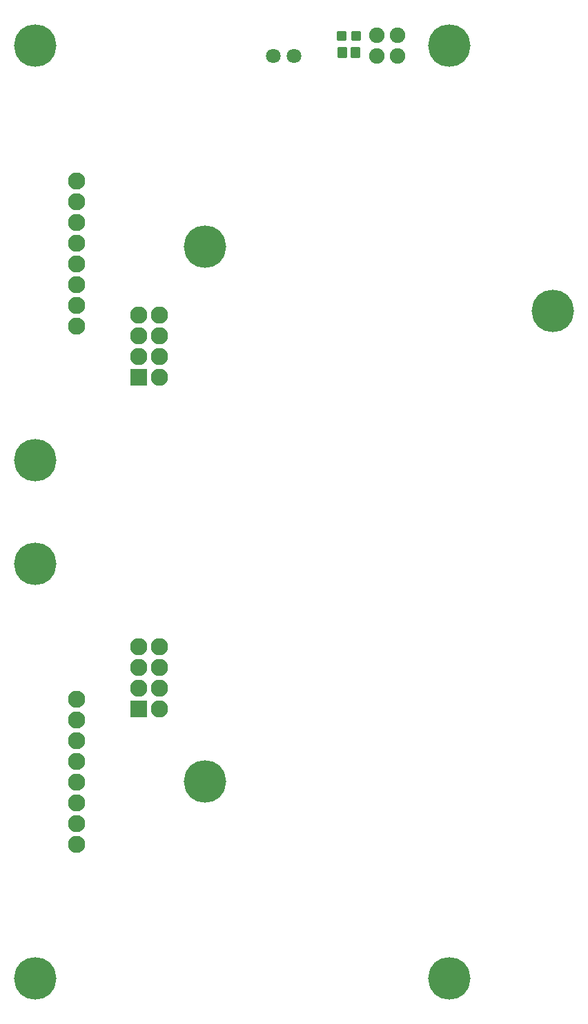
<source format=gts>
G04 Layer: TopSolderMaskLayer*
G04 EasyEDA v6.5.32, 2023-07-25 14:04:49*
G04 0f3e630bb97748ac983c4cf8ea4fb351,5a6b42c53f6a479593ecc07194224c93,10*
G04 Gerber Generator version 0.2*
G04 Scale: 100 percent, Rotated: No, Reflected: No *
G04 Dimensions in millimeters *
G04 leading zeros omitted , absolute positions ,4 integer and 5 decimal *
%FSLAX45Y45*%
%MOMM*%

%AMMACRO1*1,1,$1,$2,$3*1,1,$1,$4,$5*1,1,$1,0-$2,0-$3*1,1,$1,0-$4,0-$5*20,1,$1,$2,$3,$4,$5,0*20,1,$1,$4,$5,0-$2,0-$3,0*20,1,$1,0-$2,0-$3,0-$4,0-$5,0*20,1,$1,0-$4,0-$5,$2,$3,0*4,1,4,$2,$3,$4,$5,0-$2,0-$3,0-$4,0-$5,$2,$3,0*%
%ADD10MACRO1,0.2032X0.5X-0.55X-0.5X-0.55*%
%ADD11MACRO1,0.2032X-0.45X-0.5X-0.45X0.5*%
%ADD12C,5.2032*%
%ADD13C,2.1032*%
%ADD14MACRO1,0.2032X-0.95X0.95X0.95X0.95*%
%ADD15C,2.1016*%
%ADD16C,1.9016*%
%ADD17C,1.8016*%

%LPD*%
D10*
G01*
X4149092Y5372100D03*
G01*
X4309097Y5372100D03*
D11*
G01*
X4144091Y5575292D03*
G01*
X4314090Y5575292D03*
D12*
G01*
X381000Y381000D03*
G01*
X381000Y5461000D03*
G01*
X5461000Y5461000D03*
G01*
X6731000Y2209800D03*
G01*
X2463800Y-3556000D03*
G01*
X2463800Y2997200D03*
D13*
G01*
X1905000Y2159000D03*
G01*
X1905000Y1905000D03*
G01*
X1905000Y1651000D03*
G01*
X1651000Y1651000D03*
D14*
G01*
X1651000Y1397000D03*
D13*
G01*
X1651000Y1905000D03*
G01*
X1651000Y2159000D03*
G01*
X1905000Y1397000D03*
G01*
X1905000Y-1905000D03*
G01*
X1651000Y-1905000D03*
G01*
X1651000Y-2159000D03*
G01*
X1905000Y-2159000D03*
G01*
X1905000Y-2413000D03*
G01*
X1905000Y-2667000D03*
D14*
G01*
X1651000Y-2667000D03*
D13*
G01*
X1651000Y-2413000D03*
D12*
G01*
X381000Y-889000D03*
G01*
X381000Y381000D03*
G01*
X381000Y-5969000D03*
G01*
X381000Y-889000D03*
G01*
X381000Y-5969000D03*
G01*
X5461000Y-5969000D03*
D15*
G01*
X885418Y3805097D03*
G01*
X885418Y3551097D03*
G01*
X885418Y3297097D03*
G01*
X885418Y3043097D03*
G01*
X885418Y2789097D03*
G01*
X885418Y2535097D03*
G01*
X885418Y2281097D03*
G01*
X885418Y2027097D03*
G01*
X885418Y-4322902D03*
G01*
X885418Y-4068902D03*
G01*
X885418Y-3814902D03*
G01*
X885418Y-3560902D03*
G01*
X885418Y-3306902D03*
G01*
X885418Y-3052902D03*
G01*
X885418Y-2798902D03*
G01*
X885418Y-2544902D03*
D16*
G01*
X4826000Y5588000D03*
G01*
X4826000Y5334000D03*
G01*
X4572000Y5334000D03*
G01*
X4572000Y5588000D03*
D17*
G01*
X3556000Y5334000D03*
G01*
X3302000Y5334000D03*
M02*

</source>
